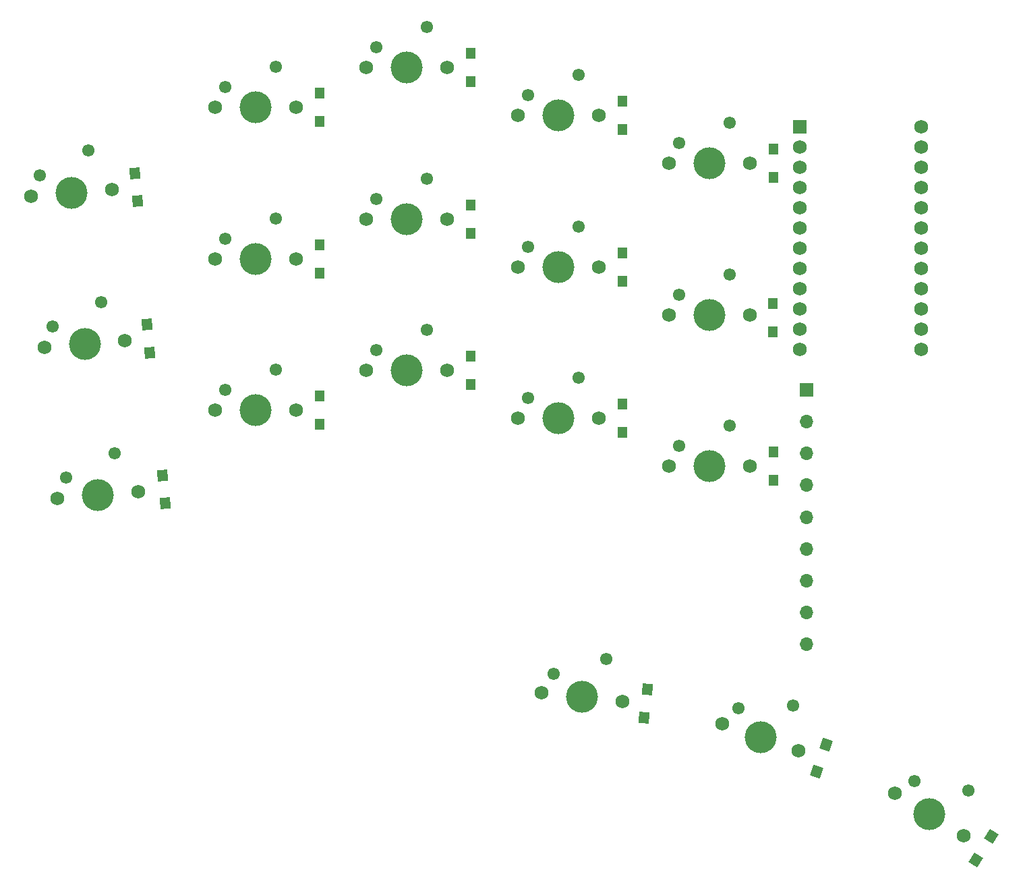
<source format=gbr>
%TF.GenerationSoftware,KiCad,Pcbnew,7.0.7*%
%TF.CreationDate,2023-11-23T18:26:16-07:00*%
%TF.ProjectId,TypestationX - Left,54797065-7374-4617-9469-6f6e58202d20,rev?*%
%TF.SameCoordinates,Original*%
%TF.FileFunction,Soldermask,Top*%
%TF.FilePolarity,Negative*%
%FSLAX46Y46*%
G04 Gerber Fmt 4.6, Leading zero omitted, Abs format (unit mm)*
G04 Created by KiCad (PCBNEW 7.0.7) date 2023-11-23 18:26:16*
%MOMM*%
%LPD*%
G01*
G04 APERTURE LIST*
G04 Aperture macros list*
%AMRotRect*
0 Rectangle, with rotation*
0 The origin of the aperture is its center*
0 $1 length*
0 $2 width*
0 $3 Rotation angle, in degrees counterclockwise*
0 Add horizontal line*
21,1,$1,$2,0,0,$3*%
G04 Aperture macros list end*
%ADD10R,1.300000X1.400000*%
%ADD11C,1.750000*%
%ADD12C,1.550000*%
%ADD13C,4.000000*%
%ADD14RotRect,1.400000X1.300000X275.000000*%
%ADD15RotRect,1.400000X1.300000X264.000000*%
%ADD16RotRect,1.400000X1.300000X251.000000*%
%ADD17R,1.700000X1.700000*%
%ADD18O,1.700000X1.700000*%
%ADD19RotRect,1.400000X1.300000X238.000000*%
%ADD20R,1.752600X1.752600*%
%ADD21C,1.752600*%
G04 APERTURE END LIST*
D10*
%TO.C,D14*%
X88900000Y-97378631D03*
X88900000Y-93828631D03*
%TD*%
%TO.C,D4*%
X88900000Y-59378631D03*
X88900000Y-55828631D03*
%TD*%
D11*
%TO.C,S8*%
X56767381Y-70603631D03*
D12*
X58037381Y-68063631D03*
D13*
X61847381Y-70603631D03*
D12*
X64387381Y-65523631D03*
D11*
X66927381Y-70603631D03*
%TD*%
%TO.C,S11*%
X75767381Y-76603631D03*
D12*
X77037381Y-74063631D03*
D13*
X80847381Y-76603631D03*
D12*
X83387381Y-71523631D03*
D11*
X85927381Y-76603631D03*
%TD*%
D14*
%TO.C,D6*%
X29537658Y-87345984D03*
X29228256Y-83809492D03*
%TD*%
D15*
%TO.C,D16*%
X91668111Y-133199339D03*
X92039187Y-129668787D03*
%TD*%
D11*
%TO.C,S2*%
X16350501Y-86717930D03*
D12*
X17394293Y-84076908D03*
D13*
X21411170Y-86275179D03*
D12*
X23498753Y-80993134D03*
D11*
X26471839Y-85832428D03*
%TD*%
D10*
%TO.C,D7*%
X50900000Y-77378631D03*
X50900000Y-73828631D03*
%TD*%
D11*
%TO.C,S5*%
X37767381Y-75603631D03*
D12*
X39037381Y-73063631D03*
D13*
X42847381Y-75603631D03*
D12*
X45387381Y-70523631D03*
D11*
X47927381Y-75603631D03*
%TD*%
D10*
%TO.C,D13*%
X69900000Y-91378631D03*
X69900000Y-87828631D03*
%TD*%
D14*
%TO.C,D1*%
X28054701Y-68368246D03*
X27745299Y-64831754D03*
%TD*%
D11*
%TO.C,S6*%
X37767381Y-94603631D03*
D12*
X39037381Y-92063631D03*
D13*
X42847381Y-94603631D03*
D12*
X45387381Y-89523631D03*
D11*
X47927381Y-94603631D03*
%TD*%
D16*
%TO.C,D17*%
X113333093Y-139953595D03*
X114488859Y-136597005D03*
%TD*%
D10*
%TO.C,D10*%
X107823227Y-84774079D03*
X107823227Y-81224079D03*
%TD*%
%TO.C,D5*%
X107900000Y-65375000D03*
X107900000Y-61825000D03*
%TD*%
D11*
%TO.C,S1*%
X14713224Y-67748165D03*
D12*
X15757016Y-65107143D03*
D13*
X19773893Y-67305414D03*
D12*
X21861476Y-62023369D03*
D11*
X24834562Y-66862663D03*
%TD*%
%TO.C,S7*%
X56767381Y-51603631D03*
D12*
X58037381Y-49063631D03*
D13*
X61847381Y-51603631D03*
D12*
X64387381Y-46523631D03*
D11*
X66927381Y-51603631D03*
%TD*%
%TO.C,S16*%
X78790157Y-130061034D03*
D12*
X80318702Y-127667700D03*
D13*
X83842328Y-130592039D03*
D12*
X86899418Y-125805370D03*
D11*
X88894499Y-131123044D03*
%TD*%
%TO.C,S10*%
X75767381Y-57603631D03*
D12*
X77037381Y-55063631D03*
D13*
X80847381Y-57603631D03*
D12*
X83387381Y-52523631D03*
D11*
X85927381Y-57603631D03*
%TD*%
%TO.C,S18*%
X123167892Y-142643050D03*
D12*
X125590908Y-141162005D03*
D13*
X127475976Y-145335040D03*
D12*
X132322008Y-142372951D03*
D11*
X131784060Y-148027030D03*
%TD*%
%TO.C,S4*%
X37767381Y-56603631D03*
D12*
X39037381Y-54063631D03*
D13*
X42847381Y-56603631D03*
D12*
X45387381Y-51523631D03*
D11*
X47927381Y-56603631D03*
%TD*%
D10*
%TO.C,D15*%
X107900000Y-103378631D03*
X107900000Y-99828631D03*
%TD*%
D11*
%TO.C,S17*%
X101457718Y-133987299D03*
D12*
X103485469Y-131999153D03*
D13*
X106260952Y-135641185D03*
D12*
X110316455Y-131664894D03*
D11*
X111064186Y-137295071D03*
%TD*%
D17*
%TO.C,J1*%
X112000000Y-92000000D03*
D18*
X112000000Y-96000000D03*
X112000000Y-100000000D03*
X112000000Y-104000000D03*
X112000000Y-108000000D03*
X112000000Y-112000000D03*
X112000000Y-116000000D03*
X112000000Y-120000000D03*
X112000000Y-124000000D03*
%TD*%
D10*
%TO.C,D12*%
X50900000Y-96375000D03*
X50900000Y-92825000D03*
%TD*%
%TO.C,D8*%
X69900000Y-72378631D03*
X69900000Y-68828631D03*
%TD*%
D11*
%TO.C,S3*%
X17999132Y-105706470D03*
D12*
X19042924Y-103065448D03*
D13*
X23059801Y-105263719D03*
D12*
X25147384Y-99981674D03*
D11*
X28120470Y-104820968D03*
%TD*%
%TO.C,S14*%
X94767381Y-82603631D03*
D12*
X96037381Y-80063631D03*
D13*
X99847381Y-82603631D03*
D12*
X102387381Y-77523631D03*
D11*
X104927381Y-82603631D03*
%TD*%
D10*
%TO.C,D2*%
X50900000Y-58375000D03*
X50900000Y-54825000D03*
%TD*%
%TO.C,D9*%
X88900000Y-78378631D03*
X88900000Y-74828631D03*
%TD*%
D11*
%TO.C,S13*%
X94767381Y-63603631D03*
D12*
X96037381Y-61063631D03*
D13*
X99847381Y-63603631D03*
D12*
X102387381Y-58523631D03*
D11*
X104927381Y-63603631D03*
%TD*%
D19*
%TO.C,D18*%
X133319754Y-151079679D03*
X135200968Y-148069109D03*
%TD*%
D14*
%TO.C,D11*%
X31533994Y-106304104D03*
X31224592Y-102767612D03*
%TD*%
D10*
%TO.C,D3*%
X69900000Y-53378631D03*
X69900000Y-49828631D03*
%TD*%
D11*
%TO.C,S12*%
X75767381Y-95603631D03*
D12*
X77037381Y-93063631D03*
D13*
X80847381Y-95603631D03*
D12*
X83387381Y-90523631D03*
D11*
X85927381Y-95603631D03*
%TD*%
%TO.C,S9*%
X56767381Y-89603631D03*
D12*
X58037381Y-87063631D03*
D13*
X61847381Y-89603631D03*
D12*
X64387381Y-84523631D03*
D11*
X66927381Y-89603631D03*
%TD*%
%TO.C,S15*%
X94767381Y-101603631D03*
D12*
X96037381Y-99063631D03*
D13*
X99847381Y-101603631D03*
D12*
X102387381Y-96523631D03*
D11*
X104927381Y-101603631D03*
%TD*%
D20*
%TO.C,U2*%
X111180000Y-59030000D03*
D21*
X111180000Y-61570000D03*
X111180000Y-64110000D03*
X111180000Y-66650000D03*
X111180000Y-69190000D03*
X111180000Y-71730000D03*
X111180000Y-74270000D03*
X111180000Y-76810000D03*
X111180000Y-79350000D03*
X111180000Y-81890000D03*
X111180000Y-84430000D03*
X111180000Y-86970000D03*
X126420000Y-86970000D03*
X126420000Y-84430000D03*
X126420000Y-81890000D03*
X126420000Y-79350000D03*
X126420000Y-76810000D03*
X126420000Y-74270000D03*
X126420000Y-71730000D03*
X126420000Y-69190000D03*
X126420000Y-66650000D03*
X126420000Y-64110000D03*
X126420000Y-61570000D03*
X126420000Y-59030000D03*
%TD*%
M02*

</source>
